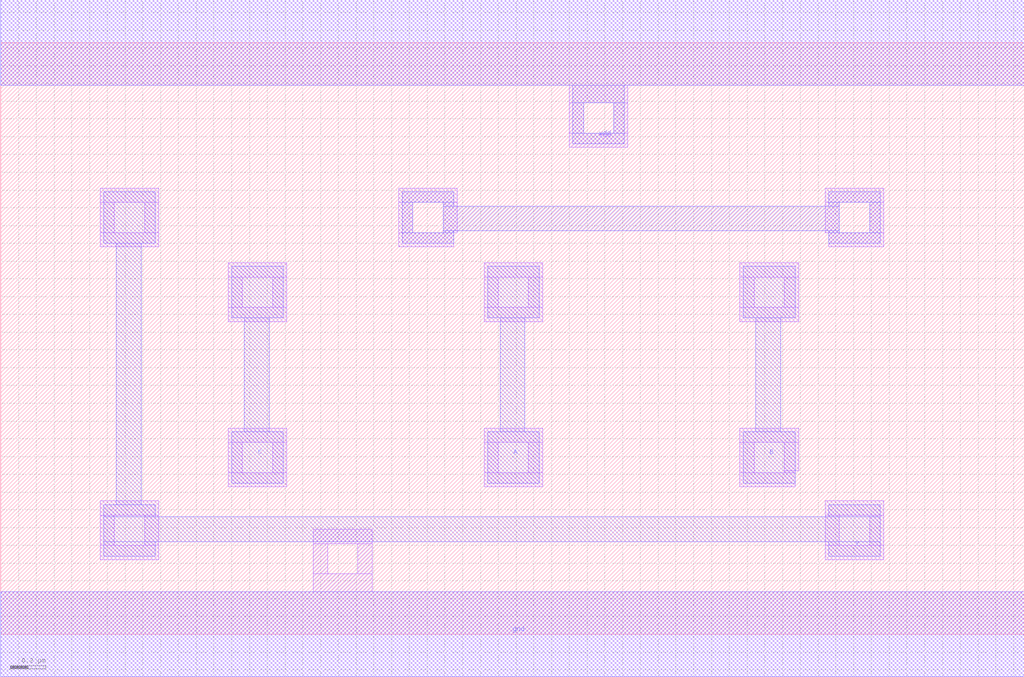
<source format=lef>
VERSION 5.7 ;
  NOWIREEXTENSIONATPIN ON ;
  DIVIDERCHAR "/" ;
  BUSBITCHARS "[]" ;
MACRO AOI21X1
  CLASS CORE ;
  FOREIGN AOI21X1 ;
  ORIGIN 0.000 0.000 ;
  SIZE 5.760 BY 3.330 ;
  SYMMETRY X Y R90 ;
  SITE unit ;
  PIN vdd
    DIRECTION INOUT ;
    USE POWER ;
    SHAPE ABUTMENT ;
    PORT
      LAYER met1 ;
        RECT 0.000 3.090 5.760 3.570 ;
        RECT 3.220 2.990 3.510 3.090 ;
        RECT 3.220 2.820 3.280 2.990 ;
        RECT 3.450 2.820 3.510 2.990 ;
        RECT 3.220 2.760 3.510 2.820 ;
    END
    PORT
      LAYER li1 ;
        RECT 0.000 3.090 5.760 3.570 ;
        RECT 3.200 2.990 3.530 3.090 ;
        RECT 3.200 2.820 3.280 2.990 ;
        RECT 3.450 2.820 3.530 2.990 ;
        RECT 3.200 2.740 3.530 2.820 ;
    END
  END vdd
  PIN gnd
    DIRECTION INOUT ;
    USE GROUND ;
    SHAPE ABUTMENT ;
    PORT
      LAYER met1 ;
        RECT 0.000 -0.240 5.760 0.240 ;
    END
    PORT
      LAYER li1 ;
        RECT 1.760 0.510 2.090 0.590 ;
        RECT 1.760 0.340 1.840 0.510 ;
        RECT 2.010 0.340 2.090 0.510 ;
        RECT 1.760 0.240 2.090 0.340 ;
        RECT 0.000 -0.240 5.760 0.240 ;
    END
  END gnd
  PIN Y
    DIRECTION INOUT ;
    USE SIGNAL ;
    SHAPE ABUTMENT ;
    PORT
      LAYER met1 ;
        RECT 0.580 2.200 0.870 2.490 ;
        RECT 0.650 0.730 0.790 2.200 ;
        RECT 0.580 0.660 0.870 0.730 ;
        RECT 4.660 0.660 4.950 0.730 ;
        RECT 0.580 0.520 4.950 0.660 ;
        RECT 0.580 0.440 0.870 0.520 ;
        RECT 4.660 0.440 4.950 0.520 ;
    END
  END Y
  PIN C
    DIRECTION INOUT ;
    USE SIGNAL ;
    SHAPE ABUTMENT ;
    PORT
      LAYER met1 ;
        RECT 1.300 1.780 1.590 2.070 ;
        RECT 1.370 1.140 1.510 1.780 ;
        RECT 1.300 0.850 1.590 1.140 ;
    END
  END C
  PIN B
    DIRECTION INOUT ;
    USE SIGNAL ;
    SHAPE ABUTMENT ;
    PORT
      LAYER met1 ;
        RECT 4.180 1.780 4.470 2.070 ;
        RECT 4.250 1.140 4.390 1.780 ;
        RECT 4.180 0.850 4.470 1.140 ;
    END
  END B
  PIN A
    DIRECTION INOUT ;
    USE SIGNAL ;
    SHAPE ABUTMENT ;
    PORT
      LAYER met1 ;
        RECT 2.740 1.780 3.030 2.070 ;
        RECT 2.810 1.140 2.950 1.780 ;
        RECT 2.740 0.850 3.030 1.140 ;
    END
  END A
  OBS
      LAYER li1 ;
        RECT 0.560 2.430 0.890 2.510 ;
        RECT 0.560 2.260 0.640 2.430 ;
        RECT 0.810 2.260 0.890 2.430 ;
        RECT 0.560 2.180 0.890 2.260 ;
        RECT 2.240 2.430 2.570 2.510 ;
        RECT 2.240 2.260 2.320 2.430 ;
        RECT 2.490 2.260 2.570 2.430 ;
        RECT 4.640 2.430 4.970 2.510 ;
        RECT 4.640 2.260 4.720 2.430 ;
        RECT 4.890 2.260 4.970 2.430 ;
        RECT 2.240 2.180 2.550 2.260 ;
        RECT 4.660 2.180 4.970 2.260 ;
        RECT 1.280 2.010 1.610 2.090 ;
        RECT 1.280 1.840 1.360 2.010 ;
        RECT 1.530 1.840 1.610 2.010 ;
        RECT 1.280 1.760 1.610 1.840 ;
        RECT 2.720 2.010 3.050 2.090 ;
        RECT 2.720 1.840 2.800 2.010 ;
        RECT 2.970 1.840 3.050 2.010 ;
        RECT 2.720 1.760 3.050 1.840 ;
        RECT 4.160 2.010 4.490 2.090 ;
        RECT 4.160 1.840 4.240 2.010 ;
        RECT 4.410 1.840 4.490 2.010 ;
        RECT 4.160 1.760 4.490 1.840 ;
        RECT 1.280 1.080 1.610 1.160 ;
        RECT 1.280 0.910 1.360 1.080 ;
        RECT 1.530 0.910 1.610 1.080 ;
        RECT 1.280 0.830 1.610 0.910 ;
        RECT 2.720 1.080 3.050 1.160 ;
        RECT 2.720 0.910 2.800 1.080 ;
        RECT 2.970 0.910 3.050 1.080 ;
        RECT 2.720 0.830 3.050 0.910 ;
        RECT 4.160 1.080 4.490 1.160 ;
        RECT 4.160 0.910 4.240 1.080 ;
        RECT 4.410 0.920 4.490 1.080 ;
        RECT 4.410 0.910 4.470 0.920 ;
        RECT 4.160 0.830 4.470 0.910 ;
        RECT 0.560 0.670 0.890 0.750 ;
        RECT 0.560 0.500 0.640 0.670 ;
        RECT 0.810 0.500 0.890 0.670 ;
        RECT 0.560 0.420 0.890 0.500 ;
        RECT 4.640 0.670 4.970 0.750 ;
        RECT 4.640 0.500 4.720 0.670 ;
        RECT 4.890 0.500 4.970 0.670 ;
        RECT 4.640 0.420 4.970 0.500 ;
      LAYER met1 ;
        RECT 2.260 2.430 2.550 2.490 ;
        RECT 2.260 2.260 2.320 2.430 ;
        RECT 2.490 2.410 2.550 2.430 ;
        RECT 4.660 2.430 4.950 2.490 ;
        RECT 4.660 2.410 4.720 2.430 ;
        RECT 2.490 2.270 4.720 2.410 ;
        RECT 2.490 2.260 2.550 2.270 ;
        RECT 2.260 2.200 2.550 2.260 ;
        RECT 4.660 2.260 4.720 2.270 ;
        RECT 4.890 2.260 4.950 2.430 ;
        RECT 4.660 2.200 4.950 2.260 ;
  END
END AOI21X1
END LIBRARY


</source>
